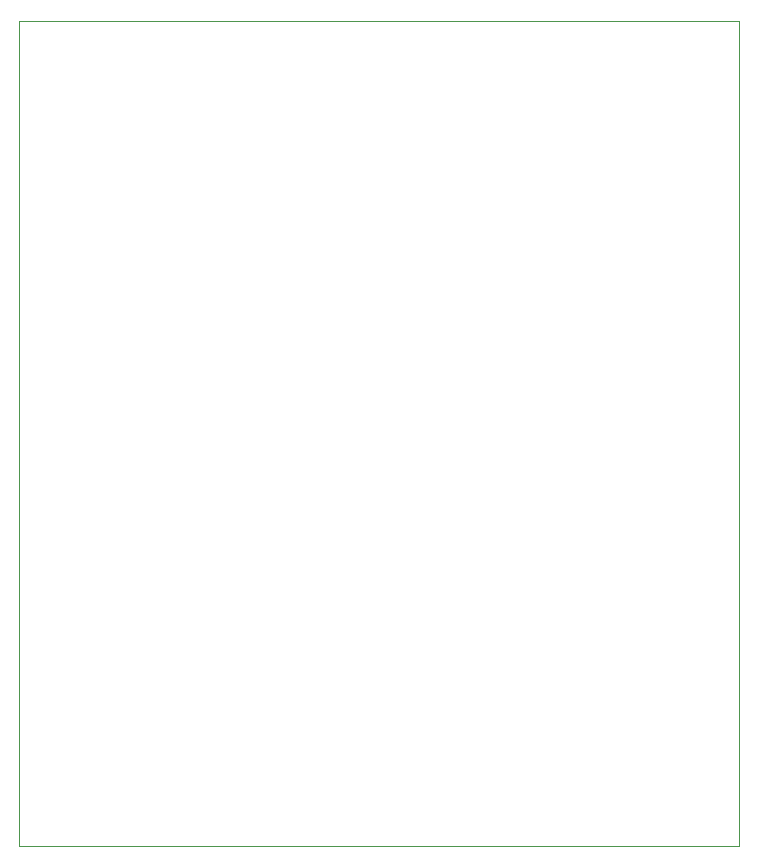
<source format=gbr>
%TF.GenerationSoftware,KiCad,Pcbnew,7.0.7*%
%TF.CreationDate,2023-11-02T18:32:30-06:00*%
%TF.ProjectId,BatteryMeter,42617474-6572-4794-9d65-7465722e6b69,rev?*%
%TF.SameCoordinates,Original*%
%TF.FileFunction,Profile,NP*%
%FSLAX46Y46*%
G04 Gerber Fmt 4.6, Leading zero omitted, Abs format (unit mm)*
G04 Created by KiCad (PCBNEW 7.0.7) date 2023-11-02 18:32:30*
%MOMM*%
%LPD*%
G01*
G04 APERTURE LIST*
%TA.AperFunction,Profile*%
%ADD10C,0.100000*%
%TD*%
G04 APERTURE END LIST*
D10*
X132080000Y-49530000D02*
X193040000Y-49530000D01*
X193040000Y-119380000D01*
X132080000Y-119380000D01*
X132080000Y-49530000D01*
M02*

</source>
